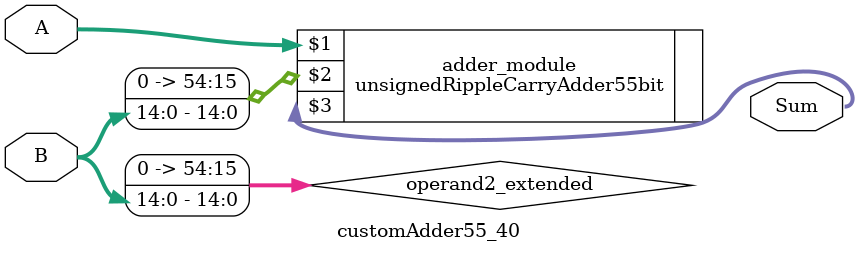
<source format=v>
module customAdder55_40(
                        input [54 : 0] A,
                        input [14 : 0] B,
                        
                        output [55 : 0] Sum
                );

        wire [54 : 0] operand2_extended;
        
        assign operand2_extended =  {40'b0, B};
        
        unsignedRippleCarryAdder55bit adder_module(
            A,
            operand2_extended,
            Sum
        );
        
        endmodule
        
</source>
